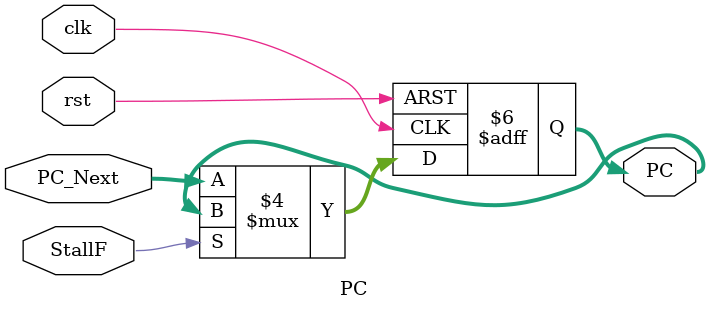
<source format=v>
module PC (
    input clk,
    input rst,
    input StallF,           // Fetch aþamasýnda durdurma sinyali
    input [31:0] PC_Next,   // Bir sonraki program sayacý deðeri
    output reg [31:0] PC    // Mevcut program sayacý deðeri
);

always @(posedge clk or posedge rst)  
begin
    if (rst == 1'b1)  
        PC <= 32'b0;        // Reset sýrasýnda program sayacý sýfýrlanýr
    else if (!StallF)       // StallF aktif deðilse, PC güncellenir
        PC <= PC_Next;      // PC, bir sonraki deðere güncellenir
    // StallF aktifse, PC ayný kalýr (yani durur)
end

endmodule
</source>
